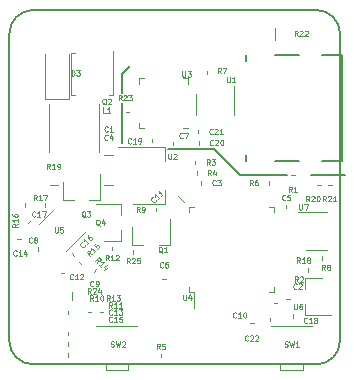
<source format=gto>
G04 #@! TF.GenerationSoftware,KiCad,Pcbnew,5.1.4+dfsg1-1*
G04 #@! TF.CreationDate,2020-04-12T23:52:35+02:00*
G04 #@! TF.ProjectId,OtterIron_Devkit,4f747465-7249-4726-9f6e-5f4465766b69,rev?*
G04 #@! TF.SameCoordinates,Original*
G04 #@! TF.FileFunction,Legend,Top*
G04 #@! TF.FilePolarity,Positive*
%FSLAX46Y46*%
G04 Gerber Fmt 4.6, Leading zero omitted, Abs format (unit mm)*
G04 Created by KiCad (PCBNEW 5.1.4+dfsg1-1) date 2020-04-12 23:52:35*
%MOMM*%
%LPD*%
G04 APERTURE LIST*
%ADD10C,0.150000*%
%ADD11C,0.120000*%
%ADD12C,0.100000*%
G04 APERTURE END LIST*
D10*
X95500000Y-95400000D02*
X96200000Y-94700000D01*
X95500000Y-97000000D02*
X95500000Y-95400000D01*
X95500000Y-101300000D02*
X95500000Y-97850000D01*
X103300000Y-101800000D02*
X99400000Y-101800000D01*
X105500000Y-104000000D02*
X103300000Y-101800000D01*
X109500000Y-104000000D02*
X105500000Y-104000000D01*
X114400000Y-104000000D02*
X111500000Y-104000000D01*
X88000000Y-120000001D02*
G75*
G02X85999999Y-118000000I0J2000001D01*
G01*
X114000001Y-118000000D02*
G75*
G02X112000000Y-120000001I-2000001J0D01*
G01*
X112000000Y-89999999D02*
G75*
G02X114000001Y-92000000I0J-2000001D01*
G01*
X86000000Y-92000000D02*
G75*
G02X88000000Y-90000000I2000000J0D01*
G01*
X86000000Y-92000000D02*
X85999999Y-118000000D01*
X112000000Y-90000000D02*
X88000000Y-90000000D01*
X114000000Y-118000000D02*
X114000000Y-92000000D01*
X88000000Y-120000001D02*
X112000000Y-120000001D01*
D11*
X89400000Y-98000000D02*
X89400000Y-102000000D01*
X93600000Y-98000000D02*
X93600000Y-102000000D01*
X90150000Y-104800000D02*
X89450000Y-104800000D01*
X96500000Y-110350000D02*
X96500000Y-110650000D01*
X95460000Y-109580000D02*
X94000000Y-109580000D01*
X95460000Y-106420000D02*
X93300000Y-106420000D01*
X95460000Y-106420000D02*
X95460000Y-107350000D01*
X95460000Y-109580000D02*
X95460000Y-108650000D01*
X90520000Y-106060000D02*
X90520000Y-104600000D01*
X93680000Y-106060000D02*
X93680000Y-103900000D01*
X93680000Y-106060000D02*
X92750000Y-106060000D01*
X90520000Y-106060000D02*
X91450000Y-106060000D01*
X112900000Y-107090000D02*
X110450000Y-107090000D01*
X111100000Y-110310000D02*
X112900000Y-110310000D01*
X112050000Y-104787868D02*
X112350000Y-104787868D01*
X113286396Y-104787868D02*
X112986396Y-104787868D01*
X112500000Y-110850000D02*
X112500000Y-111150000D01*
X100685000Y-100010000D02*
X101160000Y-100010000D01*
X96940000Y-95790000D02*
X96940000Y-96265000D01*
X97415000Y-95790000D02*
X96940000Y-95790000D01*
X101160000Y-95790000D02*
X101160000Y-96265000D01*
X100685000Y-95790000D02*
X101160000Y-95790000D01*
X96940000Y-100010000D02*
X96940000Y-99535000D01*
X97415000Y-100010000D02*
X96940000Y-100010000D01*
X91300000Y-113850000D02*
X91300000Y-114550000D01*
X96850000Y-119850000D02*
X93350000Y-119850000D01*
X93350000Y-116750000D02*
X96850000Y-116750000D01*
X94150000Y-120500000D02*
X94150000Y-119850000D01*
X96050000Y-120500000D02*
X94150000Y-120500000D01*
X96050000Y-119850000D02*
X96050000Y-120500000D01*
X111650000Y-119850000D02*
X108150000Y-119850000D01*
X108150000Y-116750000D02*
X111650000Y-116750000D01*
X108950000Y-120500000D02*
X108950000Y-119850000D01*
X110850000Y-120500000D02*
X108950000Y-120500000D01*
X110850000Y-119850000D02*
X110850000Y-120500000D01*
X101640000Y-113910000D02*
X101640000Y-115200000D01*
X101190000Y-113910000D02*
X101640000Y-113910000D01*
X101190000Y-113460000D02*
X101190000Y-113910000D01*
X101190000Y-106690000D02*
X101640000Y-106690000D01*
X101190000Y-107140000D02*
X101190000Y-106690000D01*
X108410000Y-113910000D02*
X107960000Y-113910000D01*
X108410000Y-113460000D02*
X108410000Y-113910000D01*
X108410000Y-106690000D02*
X107960000Y-106690000D01*
X108410000Y-107140000D02*
X108410000Y-106690000D01*
X91000000Y-115750000D02*
X91000000Y-115450000D01*
X96150000Y-98650000D02*
X95850000Y-98650000D01*
X108500000Y-91500000D02*
X108500000Y-92500000D01*
X111250000Y-112150000D02*
X111250000Y-111850000D01*
X89000000Y-106650000D02*
X89000000Y-106350000D01*
X87593934Y-108006066D02*
X87806066Y-107793934D01*
X92106066Y-111506066D02*
X91893934Y-111293934D01*
X93143934Y-112156066D02*
X93356066Y-111943934D01*
X93950000Y-115600000D02*
X93650000Y-115600000D01*
X94700000Y-110350000D02*
X94700000Y-110050000D01*
X91000000Y-117550000D02*
X91000000Y-117250000D01*
X92950000Y-115600000D02*
X92650000Y-115600000D01*
X98400000Y-107050000D02*
X98400000Y-106750000D01*
X102700000Y-95150000D02*
X102700000Y-95450000D01*
X108000000Y-104800000D02*
X108000000Y-104500000D01*
X98850000Y-119100000D02*
X98850000Y-119400000D01*
X101850000Y-103650000D02*
X101850000Y-103950000D01*
X101750000Y-102750000D02*
X101750000Y-103050000D01*
X109450000Y-114500000D02*
X109750000Y-114500000D01*
X109850000Y-104000000D02*
X110150000Y-104000000D01*
X108100000Y-116350000D02*
X108100000Y-116050000D01*
X102000000Y-100150000D02*
X102000000Y-100450000D01*
X102050000Y-101400000D02*
X102050000Y-101100000D01*
X98100000Y-101200000D02*
X98100000Y-100900000D01*
X110000000Y-115750000D02*
X110000000Y-116050000D01*
X87300000Y-106650000D02*
X87300000Y-106350000D01*
X91506066Y-110806066D02*
X91293934Y-110593934D01*
X91000000Y-119350000D02*
X91000000Y-119050000D01*
X86950000Y-109400000D02*
X86650000Y-109400000D01*
X91000000Y-118450000D02*
X91000000Y-118150000D01*
X90350000Y-112300000D02*
X90650000Y-112300000D01*
X100252513Y-105752513D02*
X100747487Y-106247487D01*
X106400000Y-116500000D02*
X106700000Y-116500000D01*
X88400000Y-110100000D02*
X88400000Y-110400000D01*
X99850000Y-101150000D02*
X99850000Y-101450000D01*
X99250000Y-112800000D02*
X98950000Y-112800000D01*
X109450000Y-106800000D02*
X109450000Y-106500000D01*
X94750000Y-104800000D02*
X94050000Y-104800000D01*
X102250000Y-104800000D02*
X102250000Y-104500000D01*
X108400000Y-114800000D02*
X108700000Y-114800000D01*
X94050000Y-102300000D02*
X94750000Y-102300000D01*
X111040000Y-112670000D02*
X112500000Y-112670000D01*
X111040000Y-115830000D02*
X113200000Y-115830000D01*
X111040000Y-115830000D02*
X111040000Y-114900000D01*
X111040000Y-112670000D02*
X111040000Y-113600000D01*
X90795980Y-110424407D02*
X92528391Y-108691995D01*
X89791888Y-106874731D02*
X88519096Y-108147523D01*
X99180000Y-101600000D02*
X99180000Y-102800000D01*
X95180000Y-101600000D02*
X99180000Y-101600000D01*
X99180000Y-106400000D02*
X96480000Y-106400000D01*
X99180000Y-105200000D02*
X99180000Y-106400000D01*
X105010000Y-98900000D02*
X105010000Y-96450000D01*
X101790000Y-97100000D02*
X101790000Y-98900000D01*
X94770000Y-97220000D02*
X94770000Y-93450000D01*
X91230000Y-93680000D02*
X91230000Y-97220000D01*
X94770000Y-97220000D02*
X94400000Y-97220000D01*
X91230000Y-97220000D02*
X91600000Y-97220000D01*
X91230000Y-93680000D02*
X91600000Y-93680000D01*
X96420000Y-109860000D02*
X96420000Y-108400000D01*
X99580000Y-109860000D02*
X99580000Y-107700000D01*
X99580000Y-109860000D02*
X98650000Y-109860000D01*
X96420000Y-109860000D02*
X97350000Y-109860000D01*
D10*
X106000000Y-94300000D02*
X106000000Y-93800000D01*
X106000000Y-102800000D02*
X106000000Y-102300000D01*
X108500000Y-102800000D02*
X110500000Y-102800000D01*
X110500000Y-93800000D02*
X108500000Y-93800000D01*
X112500000Y-93800000D02*
X114195000Y-93800000D01*
X114195000Y-102800000D02*
X112500000Y-102800000D01*
X114195000Y-93800000D02*
X114195000Y-102800000D01*
D11*
X89050000Y-97550000D02*
X89050000Y-93700000D01*
X91050000Y-97550000D02*
X91050000Y-93700000D01*
X89050000Y-97550000D02*
X91050000Y-97550000D01*
D12*
X94175000Y-98703571D02*
X93960714Y-98703571D01*
X93960714Y-98253571D01*
X94560714Y-98703571D02*
X94303571Y-98703571D01*
X94432142Y-98703571D02*
X94432142Y-98253571D01*
X94389285Y-98317857D01*
X94346428Y-98360714D01*
X94303571Y-98382142D01*
X89460714Y-103453571D02*
X89310714Y-103239285D01*
X89203571Y-103453571D02*
X89203571Y-103003571D01*
X89375000Y-103003571D01*
X89417857Y-103025000D01*
X89439285Y-103046428D01*
X89460714Y-103089285D01*
X89460714Y-103153571D01*
X89439285Y-103196428D01*
X89417857Y-103217857D01*
X89375000Y-103239285D01*
X89203571Y-103239285D01*
X89889285Y-103453571D02*
X89632142Y-103453571D01*
X89760714Y-103453571D02*
X89760714Y-103003571D01*
X89717857Y-103067857D01*
X89675000Y-103110714D01*
X89632142Y-103132142D01*
X90103571Y-103453571D02*
X90189285Y-103453571D01*
X90232142Y-103432142D01*
X90253571Y-103410714D01*
X90296428Y-103346428D01*
X90317857Y-103260714D01*
X90317857Y-103089285D01*
X90296428Y-103046428D01*
X90275000Y-103025000D01*
X90232142Y-103003571D01*
X90146428Y-103003571D01*
X90103571Y-103025000D01*
X90082142Y-103046428D01*
X90060714Y-103089285D01*
X90060714Y-103196428D01*
X90082142Y-103239285D01*
X90103571Y-103260714D01*
X90146428Y-103282142D01*
X90232142Y-103282142D01*
X90275000Y-103260714D01*
X90296428Y-103239285D01*
X90317857Y-103196428D01*
X96210714Y-111453571D02*
X96060714Y-111239285D01*
X95953571Y-111453571D02*
X95953571Y-111003571D01*
X96125000Y-111003571D01*
X96167857Y-111025000D01*
X96189285Y-111046428D01*
X96210714Y-111089285D01*
X96210714Y-111153571D01*
X96189285Y-111196428D01*
X96167857Y-111217857D01*
X96125000Y-111239285D01*
X95953571Y-111239285D01*
X96382142Y-111046428D02*
X96403571Y-111025000D01*
X96446428Y-111003571D01*
X96553571Y-111003571D01*
X96596428Y-111025000D01*
X96617857Y-111046428D01*
X96639285Y-111089285D01*
X96639285Y-111132142D01*
X96617857Y-111196428D01*
X96360714Y-111453571D01*
X96639285Y-111453571D01*
X97046428Y-111003571D02*
X96832142Y-111003571D01*
X96810714Y-111217857D01*
X96832142Y-111196428D01*
X96875000Y-111175000D01*
X96982142Y-111175000D01*
X97025000Y-111196428D01*
X97046428Y-111217857D01*
X97067857Y-111260714D01*
X97067857Y-111367857D01*
X97046428Y-111410714D01*
X97025000Y-111432142D01*
X96982142Y-111453571D01*
X96875000Y-111453571D01*
X96832142Y-111432142D01*
X96810714Y-111410714D01*
X93657142Y-108246428D02*
X93614285Y-108225000D01*
X93571428Y-108182142D01*
X93507142Y-108117857D01*
X93464285Y-108096428D01*
X93421428Y-108096428D01*
X93442857Y-108203571D02*
X93400000Y-108182142D01*
X93357142Y-108139285D01*
X93335714Y-108053571D01*
X93335714Y-107903571D01*
X93357142Y-107817857D01*
X93400000Y-107775000D01*
X93442857Y-107753571D01*
X93528571Y-107753571D01*
X93571428Y-107775000D01*
X93614285Y-107817857D01*
X93635714Y-107903571D01*
X93635714Y-108053571D01*
X93614285Y-108139285D01*
X93571428Y-108182142D01*
X93528571Y-108203571D01*
X93442857Y-108203571D01*
X94021428Y-107903571D02*
X94021428Y-108203571D01*
X93914285Y-107732142D02*
X93807142Y-108053571D01*
X94085714Y-108053571D01*
X92457142Y-107546428D02*
X92414285Y-107525000D01*
X92371428Y-107482142D01*
X92307142Y-107417857D01*
X92264285Y-107396428D01*
X92221428Y-107396428D01*
X92242857Y-107503571D02*
X92200000Y-107482142D01*
X92157142Y-107439285D01*
X92135714Y-107353571D01*
X92135714Y-107203571D01*
X92157142Y-107117857D01*
X92200000Y-107075000D01*
X92242857Y-107053571D01*
X92328571Y-107053571D01*
X92371428Y-107075000D01*
X92414285Y-107117857D01*
X92435714Y-107203571D01*
X92435714Y-107353571D01*
X92414285Y-107439285D01*
X92371428Y-107482142D01*
X92328571Y-107503571D01*
X92242857Y-107503571D01*
X92585714Y-107053571D02*
X92864285Y-107053571D01*
X92714285Y-107225000D01*
X92778571Y-107225000D01*
X92821428Y-107246428D01*
X92842857Y-107267857D01*
X92864285Y-107310714D01*
X92864285Y-107417857D01*
X92842857Y-107460714D01*
X92821428Y-107482142D01*
X92778571Y-107503571D01*
X92650000Y-107503571D01*
X92607142Y-107482142D01*
X92585714Y-107460714D01*
X110557142Y-106453571D02*
X110557142Y-106817857D01*
X110578571Y-106860714D01*
X110600000Y-106882142D01*
X110642857Y-106903571D01*
X110728571Y-106903571D01*
X110771428Y-106882142D01*
X110792857Y-106860714D01*
X110814285Y-106817857D01*
X110814285Y-106453571D01*
X110985714Y-106453571D02*
X111285714Y-106453571D01*
X111092857Y-106903571D01*
X111410714Y-106203571D02*
X111260714Y-105989285D01*
X111153571Y-106203571D02*
X111153571Y-105753571D01*
X111325000Y-105753571D01*
X111367857Y-105775000D01*
X111389285Y-105796428D01*
X111410714Y-105839285D01*
X111410714Y-105903571D01*
X111389285Y-105946428D01*
X111367857Y-105967857D01*
X111325000Y-105989285D01*
X111153571Y-105989285D01*
X111582142Y-105796428D02*
X111603571Y-105775000D01*
X111646428Y-105753571D01*
X111753571Y-105753571D01*
X111796428Y-105775000D01*
X111817857Y-105796428D01*
X111839285Y-105839285D01*
X111839285Y-105882142D01*
X111817857Y-105946428D01*
X111560714Y-106203571D01*
X111839285Y-106203571D01*
X112117857Y-105753571D02*
X112160714Y-105753571D01*
X112203571Y-105775000D01*
X112225000Y-105796428D01*
X112246428Y-105839285D01*
X112267857Y-105925000D01*
X112267857Y-106032142D01*
X112246428Y-106117857D01*
X112225000Y-106160714D01*
X112203571Y-106182142D01*
X112160714Y-106203571D01*
X112117857Y-106203571D01*
X112075000Y-106182142D01*
X112053571Y-106160714D01*
X112032142Y-106117857D01*
X112010714Y-106032142D01*
X112010714Y-105925000D01*
X112032142Y-105839285D01*
X112053571Y-105796428D01*
X112075000Y-105775000D01*
X112117857Y-105753571D01*
X112810714Y-106203571D02*
X112660714Y-105989285D01*
X112553571Y-106203571D02*
X112553571Y-105753571D01*
X112725000Y-105753571D01*
X112767857Y-105775000D01*
X112789285Y-105796428D01*
X112810714Y-105839285D01*
X112810714Y-105903571D01*
X112789285Y-105946428D01*
X112767857Y-105967857D01*
X112725000Y-105989285D01*
X112553571Y-105989285D01*
X112982142Y-105796428D02*
X113003571Y-105775000D01*
X113046428Y-105753571D01*
X113153571Y-105753571D01*
X113196428Y-105775000D01*
X113217857Y-105796428D01*
X113239285Y-105839285D01*
X113239285Y-105882142D01*
X113217857Y-105946428D01*
X112960714Y-106203571D01*
X113239285Y-106203571D01*
X113667857Y-106203571D02*
X113410714Y-106203571D01*
X113539285Y-106203571D02*
X113539285Y-105753571D01*
X113496428Y-105817857D01*
X113453571Y-105860714D01*
X113410714Y-105882142D01*
X112725000Y-112003571D02*
X112575000Y-111789285D01*
X112467857Y-112003571D02*
X112467857Y-111553571D01*
X112639285Y-111553571D01*
X112682142Y-111575000D01*
X112703571Y-111596428D01*
X112725000Y-111639285D01*
X112725000Y-111703571D01*
X112703571Y-111746428D01*
X112682142Y-111767857D01*
X112639285Y-111789285D01*
X112467857Y-111789285D01*
X112982142Y-111746428D02*
X112939285Y-111725000D01*
X112917857Y-111703571D01*
X112896428Y-111660714D01*
X112896428Y-111639285D01*
X112917857Y-111596428D01*
X112939285Y-111575000D01*
X112982142Y-111553571D01*
X113067857Y-111553571D01*
X113110714Y-111575000D01*
X113132142Y-111596428D01*
X113153571Y-111639285D01*
X113153571Y-111660714D01*
X113132142Y-111703571D01*
X113110714Y-111725000D01*
X113067857Y-111746428D01*
X112982142Y-111746428D01*
X112939285Y-111767857D01*
X112917857Y-111789285D01*
X112896428Y-111832142D01*
X112896428Y-111917857D01*
X112917857Y-111960714D01*
X112939285Y-111982142D01*
X112982142Y-112003571D01*
X113067857Y-112003571D01*
X113110714Y-111982142D01*
X113132142Y-111960714D01*
X113153571Y-111917857D01*
X113153571Y-111832142D01*
X113132142Y-111789285D01*
X113110714Y-111767857D01*
X113067857Y-111746428D01*
X100657142Y-95203571D02*
X100657142Y-95567857D01*
X100678571Y-95610714D01*
X100700000Y-95632142D01*
X100742857Y-95653571D01*
X100828571Y-95653571D01*
X100871428Y-95632142D01*
X100892857Y-95610714D01*
X100914285Y-95567857D01*
X100914285Y-95203571D01*
X101085714Y-95203571D02*
X101364285Y-95203571D01*
X101214285Y-95375000D01*
X101278571Y-95375000D01*
X101321428Y-95396428D01*
X101342857Y-95417857D01*
X101364285Y-95460714D01*
X101364285Y-95567857D01*
X101342857Y-95610714D01*
X101321428Y-95632142D01*
X101278571Y-95653571D01*
X101150000Y-95653571D01*
X101107142Y-95632142D01*
X101085714Y-95610714D01*
X93125000Y-113360714D02*
X93103571Y-113382142D01*
X93039285Y-113403571D01*
X92996428Y-113403571D01*
X92932142Y-113382142D01*
X92889285Y-113339285D01*
X92867857Y-113296428D01*
X92846428Y-113210714D01*
X92846428Y-113146428D01*
X92867857Y-113060714D01*
X92889285Y-113017857D01*
X92932142Y-112975000D01*
X92996428Y-112953571D01*
X93039285Y-112953571D01*
X93103571Y-112975000D01*
X93125000Y-112996428D01*
X93339285Y-113403571D02*
X93425000Y-113403571D01*
X93467857Y-113382142D01*
X93489285Y-113360714D01*
X93532142Y-113296428D01*
X93553571Y-113210714D01*
X93553571Y-113039285D01*
X93532142Y-112996428D01*
X93510714Y-112975000D01*
X93467857Y-112953571D01*
X93382142Y-112953571D01*
X93339285Y-112975000D01*
X93317857Y-112996428D01*
X93296428Y-113039285D01*
X93296428Y-113146428D01*
X93317857Y-113189285D01*
X93339285Y-113210714D01*
X93382142Y-113232142D01*
X93467857Y-113232142D01*
X93510714Y-113210714D01*
X93532142Y-113189285D01*
X93553571Y-113146428D01*
X94600000Y-118482142D02*
X94664285Y-118503571D01*
X94771428Y-118503571D01*
X94814285Y-118482142D01*
X94835714Y-118460714D01*
X94857142Y-118417857D01*
X94857142Y-118375000D01*
X94835714Y-118332142D01*
X94814285Y-118310714D01*
X94771428Y-118289285D01*
X94685714Y-118267857D01*
X94642857Y-118246428D01*
X94621428Y-118225000D01*
X94600000Y-118182142D01*
X94600000Y-118139285D01*
X94621428Y-118096428D01*
X94642857Y-118075000D01*
X94685714Y-118053571D01*
X94792857Y-118053571D01*
X94857142Y-118075000D01*
X95007142Y-118053571D02*
X95114285Y-118503571D01*
X95200000Y-118182142D01*
X95285714Y-118503571D01*
X95392857Y-118053571D01*
X95542857Y-118096428D02*
X95564285Y-118075000D01*
X95607142Y-118053571D01*
X95714285Y-118053571D01*
X95757142Y-118075000D01*
X95778571Y-118096428D01*
X95800000Y-118139285D01*
X95800000Y-118182142D01*
X95778571Y-118246428D01*
X95521428Y-118503571D01*
X95800000Y-118503571D01*
X109300000Y-118482142D02*
X109364285Y-118503571D01*
X109471428Y-118503571D01*
X109514285Y-118482142D01*
X109535714Y-118460714D01*
X109557142Y-118417857D01*
X109557142Y-118375000D01*
X109535714Y-118332142D01*
X109514285Y-118310714D01*
X109471428Y-118289285D01*
X109385714Y-118267857D01*
X109342857Y-118246428D01*
X109321428Y-118225000D01*
X109300000Y-118182142D01*
X109300000Y-118139285D01*
X109321428Y-118096428D01*
X109342857Y-118075000D01*
X109385714Y-118053571D01*
X109492857Y-118053571D01*
X109557142Y-118075000D01*
X109707142Y-118053571D02*
X109814285Y-118503571D01*
X109900000Y-118182142D01*
X109985714Y-118503571D01*
X110092857Y-118053571D01*
X110500000Y-118503571D02*
X110242857Y-118503571D01*
X110371428Y-118503571D02*
X110371428Y-118053571D01*
X110328571Y-118117857D01*
X110285714Y-118160714D01*
X110242857Y-118182142D01*
X100707142Y-114103571D02*
X100707142Y-114467857D01*
X100728571Y-114510714D01*
X100750000Y-114532142D01*
X100792857Y-114553571D01*
X100878571Y-114553571D01*
X100921428Y-114532142D01*
X100942857Y-114510714D01*
X100964285Y-114467857D01*
X100964285Y-114103571D01*
X101371428Y-114253571D02*
X101371428Y-114553571D01*
X101264285Y-114082142D02*
X101157142Y-114403571D01*
X101435714Y-114403571D01*
X92910714Y-114003571D02*
X92760714Y-113789285D01*
X92653571Y-114003571D02*
X92653571Y-113553571D01*
X92825000Y-113553571D01*
X92867857Y-113575000D01*
X92889285Y-113596428D01*
X92910714Y-113639285D01*
X92910714Y-113703571D01*
X92889285Y-113746428D01*
X92867857Y-113767857D01*
X92825000Y-113789285D01*
X92653571Y-113789285D01*
X93082142Y-113596428D02*
X93103571Y-113575000D01*
X93146428Y-113553571D01*
X93253571Y-113553571D01*
X93296428Y-113575000D01*
X93317857Y-113596428D01*
X93339285Y-113639285D01*
X93339285Y-113682142D01*
X93317857Y-113746428D01*
X93060714Y-114003571D01*
X93339285Y-114003571D01*
X93725000Y-113703571D02*
X93725000Y-114003571D01*
X93617857Y-113532142D02*
X93510714Y-113853571D01*
X93789285Y-113853571D01*
X95510714Y-97653571D02*
X95360714Y-97439285D01*
X95253571Y-97653571D02*
X95253571Y-97203571D01*
X95425000Y-97203571D01*
X95467857Y-97225000D01*
X95489285Y-97246428D01*
X95510714Y-97289285D01*
X95510714Y-97353571D01*
X95489285Y-97396428D01*
X95467857Y-97417857D01*
X95425000Y-97439285D01*
X95253571Y-97439285D01*
X95682142Y-97246428D02*
X95703571Y-97225000D01*
X95746428Y-97203571D01*
X95853571Y-97203571D01*
X95896428Y-97225000D01*
X95917857Y-97246428D01*
X95939285Y-97289285D01*
X95939285Y-97332142D01*
X95917857Y-97396428D01*
X95660714Y-97653571D01*
X95939285Y-97653571D01*
X96089285Y-97203571D02*
X96367857Y-97203571D01*
X96217857Y-97375000D01*
X96282142Y-97375000D01*
X96325000Y-97396428D01*
X96346428Y-97417857D01*
X96367857Y-97460714D01*
X96367857Y-97567857D01*
X96346428Y-97610714D01*
X96325000Y-97632142D01*
X96282142Y-97653571D01*
X96153571Y-97653571D01*
X96110714Y-97632142D01*
X96089285Y-97610714D01*
X110410714Y-92203571D02*
X110260714Y-91989285D01*
X110153571Y-92203571D02*
X110153571Y-91753571D01*
X110325000Y-91753571D01*
X110367857Y-91775000D01*
X110389285Y-91796428D01*
X110410714Y-91839285D01*
X110410714Y-91903571D01*
X110389285Y-91946428D01*
X110367857Y-91967857D01*
X110325000Y-91989285D01*
X110153571Y-91989285D01*
X110582142Y-91796428D02*
X110603571Y-91775000D01*
X110646428Y-91753571D01*
X110753571Y-91753571D01*
X110796428Y-91775000D01*
X110817857Y-91796428D01*
X110839285Y-91839285D01*
X110839285Y-91882142D01*
X110817857Y-91946428D01*
X110560714Y-92203571D01*
X110839285Y-92203571D01*
X111010714Y-91796428D02*
X111032142Y-91775000D01*
X111075000Y-91753571D01*
X111182142Y-91753571D01*
X111225000Y-91775000D01*
X111246428Y-91796428D01*
X111267857Y-91839285D01*
X111267857Y-91882142D01*
X111246428Y-91946428D01*
X110989285Y-92203571D01*
X111267857Y-92203571D01*
X110610714Y-111403571D02*
X110460714Y-111189285D01*
X110353571Y-111403571D02*
X110353571Y-110953571D01*
X110525000Y-110953571D01*
X110567857Y-110975000D01*
X110589285Y-110996428D01*
X110610714Y-111039285D01*
X110610714Y-111103571D01*
X110589285Y-111146428D01*
X110567857Y-111167857D01*
X110525000Y-111189285D01*
X110353571Y-111189285D01*
X111039285Y-111403571D02*
X110782142Y-111403571D01*
X110910714Y-111403571D02*
X110910714Y-110953571D01*
X110867857Y-111017857D01*
X110825000Y-111060714D01*
X110782142Y-111082142D01*
X111296428Y-111146428D02*
X111253571Y-111125000D01*
X111232142Y-111103571D01*
X111210714Y-111060714D01*
X111210714Y-111039285D01*
X111232142Y-110996428D01*
X111253571Y-110975000D01*
X111296428Y-110953571D01*
X111382142Y-110953571D01*
X111425000Y-110975000D01*
X111446428Y-110996428D01*
X111467857Y-111039285D01*
X111467857Y-111060714D01*
X111446428Y-111103571D01*
X111425000Y-111125000D01*
X111382142Y-111146428D01*
X111296428Y-111146428D01*
X111253571Y-111167857D01*
X111232142Y-111189285D01*
X111210714Y-111232142D01*
X111210714Y-111317857D01*
X111232142Y-111360714D01*
X111253571Y-111382142D01*
X111296428Y-111403571D01*
X111382142Y-111403571D01*
X111425000Y-111382142D01*
X111446428Y-111360714D01*
X111467857Y-111317857D01*
X111467857Y-111232142D01*
X111446428Y-111189285D01*
X111425000Y-111167857D01*
X111382142Y-111146428D01*
X88310714Y-106103571D02*
X88160714Y-105889285D01*
X88053571Y-106103571D02*
X88053571Y-105653571D01*
X88225000Y-105653571D01*
X88267857Y-105675000D01*
X88289285Y-105696428D01*
X88310714Y-105739285D01*
X88310714Y-105803571D01*
X88289285Y-105846428D01*
X88267857Y-105867857D01*
X88225000Y-105889285D01*
X88053571Y-105889285D01*
X88739285Y-106103571D02*
X88482142Y-106103571D01*
X88610714Y-106103571D02*
X88610714Y-105653571D01*
X88567857Y-105717857D01*
X88525000Y-105760714D01*
X88482142Y-105782142D01*
X88889285Y-105653571D02*
X89189285Y-105653571D01*
X88996428Y-106103571D01*
X86703571Y-108089285D02*
X86489285Y-108239285D01*
X86703571Y-108346428D02*
X86253571Y-108346428D01*
X86253571Y-108175000D01*
X86275000Y-108132142D01*
X86296428Y-108110714D01*
X86339285Y-108089285D01*
X86403571Y-108089285D01*
X86446428Y-108110714D01*
X86467857Y-108132142D01*
X86489285Y-108175000D01*
X86489285Y-108346428D01*
X86703571Y-107660714D02*
X86703571Y-107917857D01*
X86703571Y-107789285D02*
X86253571Y-107789285D01*
X86317857Y-107832142D01*
X86360714Y-107875000D01*
X86382142Y-107917857D01*
X86253571Y-107275000D02*
X86253571Y-107360714D01*
X86275000Y-107403571D01*
X86296428Y-107425000D01*
X86360714Y-107467857D01*
X86446428Y-107489285D01*
X86617857Y-107489285D01*
X86660714Y-107467857D01*
X86682142Y-107446428D01*
X86703571Y-107403571D01*
X86703571Y-107317857D01*
X86682142Y-107275000D01*
X86660714Y-107253571D01*
X86617857Y-107232142D01*
X86510714Y-107232142D01*
X86467857Y-107253571D01*
X86446428Y-107275000D01*
X86425000Y-107317857D01*
X86425000Y-107403571D01*
X86446428Y-107446428D01*
X86467857Y-107467857D01*
X86510714Y-107489285D01*
X93039390Y-110648502D02*
X92781801Y-110603045D01*
X92857563Y-110830330D02*
X92539365Y-110512132D01*
X92660583Y-110390913D01*
X92706040Y-110375761D01*
X92736345Y-110375761D01*
X92781801Y-110390913D01*
X92827258Y-110436370D01*
X92842411Y-110481827D01*
X92842411Y-110512132D01*
X92827258Y-110557588D01*
X92706040Y-110678807D01*
X93342436Y-110345456D02*
X93160609Y-110527284D01*
X93251522Y-110436370D02*
X92933324Y-110118172D01*
X92948477Y-110193933D01*
X92948477Y-110254543D01*
X92933324Y-110300000D01*
X93312132Y-109739365D02*
X93160609Y-109890888D01*
X93296979Y-110057563D01*
X93296979Y-110027258D01*
X93312132Y-109981801D01*
X93387893Y-109906040D01*
X93433350Y-109890888D01*
X93463654Y-109890888D01*
X93509111Y-109906040D01*
X93584873Y-109981801D01*
X93600025Y-110027258D01*
X93600025Y-110057563D01*
X93584873Y-110103020D01*
X93509111Y-110178781D01*
X93463654Y-110193933D01*
X93433350Y-110193933D01*
X93451497Y-111439390D02*
X93496954Y-111181801D01*
X93269669Y-111257563D02*
X93587867Y-110939365D01*
X93709086Y-111060583D01*
X93724238Y-111106040D01*
X93724238Y-111136345D01*
X93709086Y-111181801D01*
X93663629Y-111227258D01*
X93618172Y-111242411D01*
X93587867Y-111242411D01*
X93542411Y-111227258D01*
X93421192Y-111106040D01*
X93754543Y-111742436D02*
X93572715Y-111560609D01*
X93663629Y-111651522D02*
X93981827Y-111333324D01*
X93906066Y-111348477D01*
X93845456Y-111348477D01*
X93800000Y-111333324D01*
X94239416Y-111803045D02*
X94027284Y-112015177D01*
X94284873Y-111606066D02*
X93981827Y-111757588D01*
X94178807Y-111954568D01*
X94510714Y-114603571D02*
X94360714Y-114389285D01*
X94253571Y-114603571D02*
X94253571Y-114153571D01*
X94425000Y-114153571D01*
X94467857Y-114175000D01*
X94489285Y-114196428D01*
X94510714Y-114239285D01*
X94510714Y-114303571D01*
X94489285Y-114346428D01*
X94467857Y-114367857D01*
X94425000Y-114389285D01*
X94253571Y-114389285D01*
X94939285Y-114603571D02*
X94682142Y-114603571D01*
X94810714Y-114603571D02*
X94810714Y-114153571D01*
X94767857Y-114217857D01*
X94725000Y-114260714D01*
X94682142Y-114282142D01*
X95089285Y-114153571D02*
X95367857Y-114153571D01*
X95217857Y-114325000D01*
X95282142Y-114325000D01*
X95325000Y-114346428D01*
X95346428Y-114367857D01*
X95367857Y-114410714D01*
X95367857Y-114517857D01*
X95346428Y-114560714D01*
X95325000Y-114582142D01*
X95282142Y-114603571D01*
X95153571Y-114603571D01*
X95110714Y-114582142D01*
X95089285Y-114560714D01*
X94410714Y-111203571D02*
X94260714Y-110989285D01*
X94153571Y-111203571D02*
X94153571Y-110753571D01*
X94325000Y-110753571D01*
X94367857Y-110775000D01*
X94389285Y-110796428D01*
X94410714Y-110839285D01*
X94410714Y-110903571D01*
X94389285Y-110946428D01*
X94367857Y-110967857D01*
X94325000Y-110989285D01*
X94153571Y-110989285D01*
X94839285Y-111203571D02*
X94582142Y-111203571D01*
X94710714Y-111203571D02*
X94710714Y-110753571D01*
X94667857Y-110817857D01*
X94625000Y-110860714D01*
X94582142Y-110882142D01*
X95010714Y-110796428D02*
X95032142Y-110775000D01*
X95075000Y-110753571D01*
X95182142Y-110753571D01*
X95225000Y-110775000D01*
X95246428Y-110796428D01*
X95267857Y-110839285D01*
X95267857Y-110882142D01*
X95246428Y-110946428D01*
X94989285Y-111203571D01*
X95267857Y-111203571D01*
X94710714Y-115203571D02*
X94560714Y-114989285D01*
X94453571Y-115203571D02*
X94453571Y-114753571D01*
X94625000Y-114753571D01*
X94667857Y-114775000D01*
X94689285Y-114796428D01*
X94710714Y-114839285D01*
X94710714Y-114903571D01*
X94689285Y-114946428D01*
X94667857Y-114967857D01*
X94625000Y-114989285D01*
X94453571Y-114989285D01*
X95139285Y-115203571D02*
X94882142Y-115203571D01*
X95010714Y-115203571D02*
X95010714Y-114753571D01*
X94967857Y-114817857D01*
X94925000Y-114860714D01*
X94882142Y-114882142D01*
X95567857Y-115203571D02*
X95310714Y-115203571D01*
X95439285Y-115203571D02*
X95439285Y-114753571D01*
X95396428Y-114817857D01*
X95353571Y-114860714D01*
X95310714Y-114882142D01*
X93110714Y-114603571D02*
X92960714Y-114389285D01*
X92853571Y-114603571D02*
X92853571Y-114153571D01*
X93025000Y-114153571D01*
X93067857Y-114175000D01*
X93089285Y-114196428D01*
X93110714Y-114239285D01*
X93110714Y-114303571D01*
X93089285Y-114346428D01*
X93067857Y-114367857D01*
X93025000Y-114389285D01*
X92853571Y-114389285D01*
X93539285Y-114603571D02*
X93282142Y-114603571D01*
X93410714Y-114603571D02*
X93410714Y-114153571D01*
X93367857Y-114217857D01*
X93325000Y-114260714D01*
X93282142Y-114282142D01*
X93817857Y-114153571D02*
X93860714Y-114153571D01*
X93903571Y-114175000D01*
X93925000Y-114196428D01*
X93946428Y-114239285D01*
X93967857Y-114325000D01*
X93967857Y-114432142D01*
X93946428Y-114517857D01*
X93925000Y-114560714D01*
X93903571Y-114582142D01*
X93860714Y-114603571D01*
X93817857Y-114603571D01*
X93775000Y-114582142D01*
X93753571Y-114560714D01*
X93732142Y-114517857D01*
X93710714Y-114432142D01*
X93710714Y-114325000D01*
X93732142Y-114239285D01*
X93753571Y-114196428D01*
X93775000Y-114175000D01*
X93817857Y-114153571D01*
X97025000Y-107103571D02*
X96875000Y-106889285D01*
X96767857Y-107103571D02*
X96767857Y-106653571D01*
X96939285Y-106653571D01*
X96982142Y-106675000D01*
X97003571Y-106696428D01*
X97025000Y-106739285D01*
X97025000Y-106803571D01*
X97003571Y-106846428D01*
X96982142Y-106867857D01*
X96939285Y-106889285D01*
X96767857Y-106889285D01*
X97239285Y-107103571D02*
X97325000Y-107103571D01*
X97367857Y-107082142D01*
X97389285Y-107060714D01*
X97432142Y-106996428D01*
X97453571Y-106910714D01*
X97453571Y-106739285D01*
X97432142Y-106696428D01*
X97410714Y-106675000D01*
X97367857Y-106653571D01*
X97282142Y-106653571D01*
X97239285Y-106675000D01*
X97217857Y-106696428D01*
X97196428Y-106739285D01*
X97196428Y-106846428D01*
X97217857Y-106889285D01*
X97239285Y-106910714D01*
X97282142Y-106932142D01*
X97367857Y-106932142D01*
X97410714Y-106910714D01*
X97432142Y-106889285D01*
X97453571Y-106846428D01*
X103925000Y-95353571D02*
X103775000Y-95139285D01*
X103667857Y-95353571D02*
X103667857Y-94903571D01*
X103839285Y-94903571D01*
X103882142Y-94925000D01*
X103903571Y-94946428D01*
X103925000Y-94989285D01*
X103925000Y-95053571D01*
X103903571Y-95096428D01*
X103882142Y-95117857D01*
X103839285Y-95139285D01*
X103667857Y-95139285D01*
X104075000Y-94903571D02*
X104375000Y-94903571D01*
X104182142Y-95353571D01*
X106625000Y-104853571D02*
X106475000Y-104639285D01*
X106367857Y-104853571D02*
X106367857Y-104403571D01*
X106539285Y-104403571D01*
X106582142Y-104425000D01*
X106603571Y-104446428D01*
X106625000Y-104489285D01*
X106625000Y-104553571D01*
X106603571Y-104596428D01*
X106582142Y-104617857D01*
X106539285Y-104639285D01*
X106367857Y-104639285D01*
X107010714Y-104403571D02*
X106925000Y-104403571D01*
X106882142Y-104425000D01*
X106860714Y-104446428D01*
X106817857Y-104510714D01*
X106796428Y-104596428D01*
X106796428Y-104767857D01*
X106817857Y-104810714D01*
X106839285Y-104832142D01*
X106882142Y-104853571D01*
X106967857Y-104853571D01*
X107010714Y-104832142D01*
X107032142Y-104810714D01*
X107053571Y-104767857D01*
X107053571Y-104660714D01*
X107032142Y-104617857D01*
X107010714Y-104596428D01*
X106967857Y-104575000D01*
X106882142Y-104575000D01*
X106839285Y-104596428D01*
X106817857Y-104617857D01*
X106796428Y-104660714D01*
X98775000Y-118703571D02*
X98625000Y-118489285D01*
X98517857Y-118703571D02*
X98517857Y-118253571D01*
X98689285Y-118253571D01*
X98732142Y-118275000D01*
X98753571Y-118296428D01*
X98775000Y-118339285D01*
X98775000Y-118403571D01*
X98753571Y-118446428D01*
X98732142Y-118467857D01*
X98689285Y-118489285D01*
X98517857Y-118489285D01*
X99182142Y-118253571D02*
X98967857Y-118253571D01*
X98946428Y-118467857D01*
X98967857Y-118446428D01*
X99010714Y-118425000D01*
X99117857Y-118425000D01*
X99160714Y-118446428D01*
X99182142Y-118467857D01*
X99203571Y-118510714D01*
X99203571Y-118617857D01*
X99182142Y-118660714D01*
X99160714Y-118682142D01*
X99117857Y-118703571D01*
X99010714Y-118703571D01*
X98967857Y-118682142D01*
X98946428Y-118660714D01*
X103075000Y-104003571D02*
X102925000Y-103789285D01*
X102817857Y-104003571D02*
X102817857Y-103553571D01*
X102989285Y-103553571D01*
X103032142Y-103575000D01*
X103053571Y-103596428D01*
X103075000Y-103639285D01*
X103075000Y-103703571D01*
X103053571Y-103746428D01*
X103032142Y-103767857D01*
X102989285Y-103789285D01*
X102817857Y-103789285D01*
X103460714Y-103703571D02*
X103460714Y-104003571D01*
X103353571Y-103532142D02*
X103246428Y-103853571D01*
X103525000Y-103853571D01*
X102975000Y-103103571D02*
X102825000Y-102889285D01*
X102717857Y-103103571D02*
X102717857Y-102653571D01*
X102889285Y-102653571D01*
X102932142Y-102675000D01*
X102953571Y-102696428D01*
X102975000Y-102739285D01*
X102975000Y-102803571D01*
X102953571Y-102846428D01*
X102932142Y-102867857D01*
X102889285Y-102889285D01*
X102717857Y-102889285D01*
X103125000Y-102653571D02*
X103403571Y-102653571D01*
X103253571Y-102825000D01*
X103317857Y-102825000D01*
X103360714Y-102846428D01*
X103382142Y-102867857D01*
X103403571Y-102910714D01*
X103403571Y-103017857D01*
X103382142Y-103060714D01*
X103360714Y-103082142D01*
X103317857Y-103103571D01*
X103189285Y-103103571D01*
X103146428Y-103082142D01*
X103125000Y-103060714D01*
X110425000Y-113003571D02*
X110275000Y-112789285D01*
X110167857Y-113003571D02*
X110167857Y-112553571D01*
X110339285Y-112553571D01*
X110382142Y-112575000D01*
X110403571Y-112596428D01*
X110425000Y-112639285D01*
X110425000Y-112703571D01*
X110403571Y-112746428D01*
X110382142Y-112767857D01*
X110339285Y-112789285D01*
X110167857Y-112789285D01*
X110596428Y-112596428D02*
X110617857Y-112575000D01*
X110660714Y-112553571D01*
X110767857Y-112553571D01*
X110810714Y-112575000D01*
X110832142Y-112596428D01*
X110853571Y-112639285D01*
X110853571Y-112682142D01*
X110832142Y-112746428D01*
X110575000Y-113003571D01*
X110853571Y-113003571D01*
X109925000Y-105403571D02*
X109775000Y-105189285D01*
X109667857Y-105403571D02*
X109667857Y-104953571D01*
X109839285Y-104953571D01*
X109882142Y-104975000D01*
X109903571Y-104996428D01*
X109925000Y-105039285D01*
X109925000Y-105103571D01*
X109903571Y-105146428D01*
X109882142Y-105167857D01*
X109839285Y-105189285D01*
X109667857Y-105189285D01*
X110353571Y-105403571D02*
X110096428Y-105403571D01*
X110225000Y-105403571D02*
X110225000Y-104953571D01*
X110182142Y-105017857D01*
X110139285Y-105060714D01*
X110096428Y-105082142D01*
X106210714Y-117960714D02*
X106189285Y-117982142D01*
X106125000Y-118003571D01*
X106082142Y-118003571D01*
X106017857Y-117982142D01*
X105975000Y-117939285D01*
X105953571Y-117896428D01*
X105932142Y-117810714D01*
X105932142Y-117746428D01*
X105953571Y-117660714D01*
X105975000Y-117617857D01*
X106017857Y-117575000D01*
X106082142Y-117553571D01*
X106125000Y-117553571D01*
X106189285Y-117575000D01*
X106210714Y-117596428D01*
X106382142Y-117596428D02*
X106403571Y-117575000D01*
X106446428Y-117553571D01*
X106553571Y-117553571D01*
X106596428Y-117575000D01*
X106617857Y-117596428D01*
X106639285Y-117639285D01*
X106639285Y-117682142D01*
X106617857Y-117746428D01*
X106360714Y-118003571D01*
X106639285Y-118003571D01*
X106810714Y-117596428D02*
X106832142Y-117575000D01*
X106875000Y-117553571D01*
X106982142Y-117553571D01*
X107025000Y-117575000D01*
X107046428Y-117596428D01*
X107067857Y-117639285D01*
X107067857Y-117682142D01*
X107046428Y-117746428D01*
X106789285Y-118003571D01*
X107067857Y-118003571D01*
X103210714Y-100460714D02*
X103189285Y-100482142D01*
X103125000Y-100503571D01*
X103082142Y-100503571D01*
X103017857Y-100482142D01*
X102975000Y-100439285D01*
X102953571Y-100396428D01*
X102932142Y-100310714D01*
X102932142Y-100246428D01*
X102953571Y-100160714D01*
X102975000Y-100117857D01*
X103017857Y-100075000D01*
X103082142Y-100053571D01*
X103125000Y-100053571D01*
X103189285Y-100075000D01*
X103210714Y-100096428D01*
X103382142Y-100096428D02*
X103403571Y-100075000D01*
X103446428Y-100053571D01*
X103553571Y-100053571D01*
X103596428Y-100075000D01*
X103617857Y-100096428D01*
X103639285Y-100139285D01*
X103639285Y-100182142D01*
X103617857Y-100246428D01*
X103360714Y-100503571D01*
X103639285Y-100503571D01*
X104067857Y-100503571D02*
X103810714Y-100503571D01*
X103939285Y-100503571D02*
X103939285Y-100053571D01*
X103896428Y-100117857D01*
X103853571Y-100160714D01*
X103810714Y-100182142D01*
X103260714Y-101410714D02*
X103239285Y-101432142D01*
X103175000Y-101453571D01*
X103132142Y-101453571D01*
X103067857Y-101432142D01*
X103025000Y-101389285D01*
X103003571Y-101346428D01*
X102982142Y-101260714D01*
X102982142Y-101196428D01*
X103003571Y-101110714D01*
X103025000Y-101067857D01*
X103067857Y-101025000D01*
X103132142Y-101003571D01*
X103175000Y-101003571D01*
X103239285Y-101025000D01*
X103260714Y-101046428D01*
X103432142Y-101046428D02*
X103453571Y-101025000D01*
X103496428Y-101003571D01*
X103603571Y-101003571D01*
X103646428Y-101025000D01*
X103667857Y-101046428D01*
X103689285Y-101089285D01*
X103689285Y-101132142D01*
X103667857Y-101196428D01*
X103410714Y-101453571D01*
X103689285Y-101453571D01*
X103967857Y-101003571D02*
X104010714Y-101003571D01*
X104053571Y-101025000D01*
X104075000Y-101046428D01*
X104096428Y-101089285D01*
X104117857Y-101175000D01*
X104117857Y-101282142D01*
X104096428Y-101367857D01*
X104075000Y-101410714D01*
X104053571Y-101432142D01*
X104010714Y-101453571D01*
X103967857Y-101453571D01*
X103925000Y-101432142D01*
X103903571Y-101410714D01*
X103882142Y-101367857D01*
X103860714Y-101282142D01*
X103860714Y-101175000D01*
X103882142Y-101089285D01*
X103903571Y-101046428D01*
X103925000Y-101025000D01*
X103967857Y-101003571D01*
X96310714Y-101260714D02*
X96289285Y-101282142D01*
X96225000Y-101303571D01*
X96182142Y-101303571D01*
X96117857Y-101282142D01*
X96075000Y-101239285D01*
X96053571Y-101196428D01*
X96032142Y-101110714D01*
X96032142Y-101046428D01*
X96053571Y-100960714D01*
X96075000Y-100917857D01*
X96117857Y-100875000D01*
X96182142Y-100853571D01*
X96225000Y-100853571D01*
X96289285Y-100875000D01*
X96310714Y-100896428D01*
X96739285Y-101303571D02*
X96482142Y-101303571D01*
X96610714Y-101303571D02*
X96610714Y-100853571D01*
X96567857Y-100917857D01*
X96525000Y-100960714D01*
X96482142Y-100982142D01*
X96953571Y-101303571D02*
X97039285Y-101303571D01*
X97082142Y-101282142D01*
X97103571Y-101260714D01*
X97146428Y-101196428D01*
X97167857Y-101110714D01*
X97167857Y-100939285D01*
X97146428Y-100896428D01*
X97125000Y-100875000D01*
X97082142Y-100853571D01*
X96996428Y-100853571D01*
X96953571Y-100875000D01*
X96932142Y-100896428D01*
X96910714Y-100939285D01*
X96910714Y-101046428D01*
X96932142Y-101089285D01*
X96953571Y-101110714D01*
X96996428Y-101132142D01*
X97082142Y-101132142D01*
X97125000Y-101110714D01*
X97146428Y-101089285D01*
X97167857Y-101046428D01*
X111210714Y-116460714D02*
X111189285Y-116482142D01*
X111125000Y-116503571D01*
X111082142Y-116503571D01*
X111017857Y-116482142D01*
X110975000Y-116439285D01*
X110953571Y-116396428D01*
X110932142Y-116310714D01*
X110932142Y-116246428D01*
X110953571Y-116160714D01*
X110975000Y-116117857D01*
X111017857Y-116075000D01*
X111082142Y-116053571D01*
X111125000Y-116053571D01*
X111189285Y-116075000D01*
X111210714Y-116096428D01*
X111639285Y-116503571D02*
X111382142Y-116503571D01*
X111510714Y-116503571D02*
X111510714Y-116053571D01*
X111467857Y-116117857D01*
X111425000Y-116160714D01*
X111382142Y-116182142D01*
X111896428Y-116246428D02*
X111853571Y-116225000D01*
X111832142Y-116203571D01*
X111810714Y-116160714D01*
X111810714Y-116139285D01*
X111832142Y-116096428D01*
X111853571Y-116075000D01*
X111896428Y-116053571D01*
X111982142Y-116053571D01*
X112025000Y-116075000D01*
X112046428Y-116096428D01*
X112067857Y-116139285D01*
X112067857Y-116160714D01*
X112046428Y-116203571D01*
X112025000Y-116225000D01*
X111982142Y-116246428D01*
X111896428Y-116246428D01*
X111853571Y-116267857D01*
X111832142Y-116289285D01*
X111810714Y-116332142D01*
X111810714Y-116417857D01*
X111832142Y-116460714D01*
X111853571Y-116482142D01*
X111896428Y-116503571D01*
X111982142Y-116503571D01*
X112025000Y-116482142D01*
X112046428Y-116460714D01*
X112067857Y-116417857D01*
X112067857Y-116332142D01*
X112046428Y-116289285D01*
X112025000Y-116267857D01*
X111982142Y-116246428D01*
X88210714Y-107460714D02*
X88189285Y-107482142D01*
X88125000Y-107503571D01*
X88082142Y-107503571D01*
X88017857Y-107482142D01*
X87975000Y-107439285D01*
X87953571Y-107396428D01*
X87932142Y-107310714D01*
X87932142Y-107246428D01*
X87953571Y-107160714D01*
X87975000Y-107117857D01*
X88017857Y-107075000D01*
X88082142Y-107053571D01*
X88125000Y-107053571D01*
X88189285Y-107075000D01*
X88210714Y-107096428D01*
X88639285Y-107503571D02*
X88382142Y-107503571D01*
X88510714Y-107503571D02*
X88510714Y-107053571D01*
X88467857Y-107117857D01*
X88425000Y-107160714D01*
X88382142Y-107182142D01*
X88789285Y-107053571D02*
X89089285Y-107053571D01*
X88896428Y-107503571D01*
X92409086Y-109918198D02*
X92409086Y-109948502D01*
X92378781Y-110009111D01*
X92348477Y-110039416D01*
X92287867Y-110069720D01*
X92227258Y-110069720D01*
X92181801Y-110054568D01*
X92106040Y-110009111D01*
X92060583Y-109963654D01*
X92015126Y-109887893D01*
X91999974Y-109842436D01*
X91999974Y-109781827D01*
X92030279Y-109721218D01*
X92060583Y-109690913D01*
X92121192Y-109660609D01*
X92151497Y-109660609D01*
X92742436Y-109645456D02*
X92560609Y-109827284D01*
X92651522Y-109736370D02*
X92333324Y-109418172D01*
X92348477Y-109493933D01*
X92348477Y-109554543D01*
X92333324Y-109600000D01*
X92696979Y-109054517D02*
X92636370Y-109115126D01*
X92621218Y-109160583D01*
X92621218Y-109190888D01*
X92636370Y-109266649D01*
X92681827Y-109342411D01*
X92803045Y-109463629D01*
X92848502Y-109478781D01*
X92878807Y-109478781D01*
X92924264Y-109463629D01*
X92984873Y-109403020D01*
X93000025Y-109357563D01*
X93000025Y-109327258D01*
X92984873Y-109281801D01*
X92909111Y-109206040D01*
X92863654Y-109190888D01*
X92833350Y-109190888D01*
X92787893Y-109206040D01*
X92727284Y-109266649D01*
X92712132Y-109312106D01*
X92712132Y-109342411D01*
X92727284Y-109387867D01*
X94710714Y-116360714D02*
X94689285Y-116382142D01*
X94625000Y-116403571D01*
X94582142Y-116403571D01*
X94517857Y-116382142D01*
X94475000Y-116339285D01*
X94453571Y-116296428D01*
X94432142Y-116210714D01*
X94432142Y-116146428D01*
X94453571Y-116060714D01*
X94475000Y-116017857D01*
X94517857Y-115975000D01*
X94582142Y-115953571D01*
X94625000Y-115953571D01*
X94689285Y-115975000D01*
X94710714Y-115996428D01*
X95139285Y-116403571D02*
X94882142Y-116403571D01*
X95010714Y-116403571D02*
X95010714Y-115953571D01*
X94967857Y-116017857D01*
X94925000Y-116060714D01*
X94882142Y-116082142D01*
X95546428Y-115953571D02*
X95332142Y-115953571D01*
X95310714Y-116167857D01*
X95332142Y-116146428D01*
X95375000Y-116125000D01*
X95482142Y-116125000D01*
X95525000Y-116146428D01*
X95546428Y-116167857D01*
X95567857Y-116210714D01*
X95567857Y-116317857D01*
X95546428Y-116360714D01*
X95525000Y-116382142D01*
X95482142Y-116403571D01*
X95375000Y-116403571D01*
X95332142Y-116382142D01*
X95310714Y-116360714D01*
X86610714Y-110760714D02*
X86589285Y-110782142D01*
X86525000Y-110803571D01*
X86482142Y-110803571D01*
X86417857Y-110782142D01*
X86375000Y-110739285D01*
X86353571Y-110696428D01*
X86332142Y-110610714D01*
X86332142Y-110546428D01*
X86353571Y-110460714D01*
X86375000Y-110417857D01*
X86417857Y-110375000D01*
X86482142Y-110353571D01*
X86525000Y-110353571D01*
X86589285Y-110375000D01*
X86610714Y-110396428D01*
X87039285Y-110803571D02*
X86782142Y-110803571D01*
X86910714Y-110803571D02*
X86910714Y-110353571D01*
X86867857Y-110417857D01*
X86825000Y-110460714D01*
X86782142Y-110482142D01*
X87425000Y-110503571D02*
X87425000Y-110803571D01*
X87317857Y-110332142D02*
X87210714Y-110653571D01*
X87489285Y-110653571D01*
X94710714Y-115760714D02*
X94689285Y-115782142D01*
X94625000Y-115803571D01*
X94582142Y-115803571D01*
X94517857Y-115782142D01*
X94475000Y-115739285D01*
X94453571Y-115696428D01*
X94432142Y-115610714D01*
X94432142Y-115546428D01*
X94453571Y-115460714D01*
X94475000Y-115417857D01*
X94517857Y-115375000D01*
X94582142Y-115353571D01*
X94625000Y-115353571D01*
X94689285Y-115375000D01*
X94710714Y-115396428D01*
X95139285Y-115803571D02*
X94882142Y-115803571D01*
X95010714Y-115803571D02*
X95010714Y-115353571D01*
X94967857Y-115417857D01*
X94925000Y-115460714D01*
X94882142Y-115482142D01*
X95289285Y-115353571D02*
X95567857Y-115353571D01*
X95417857Y-115525000D01*
X95482142Y-115525000D01*
X95525000Y-115546428D01*
X95546428Y-115567857D01*
X95567857Y-115610714D01*
X95567857Y-115717857D01*
X95546428Y-115760714D01*
X95525000Y-115782142D01*
X95482142Y-115803571D01*
X95353571Y-115803571D01*
X95310714Y-115782142D01*
X95289285Y-115760714D01*
X91410714Y-112760714D02*
X91389285Y-112782142D01*
X91325000Y-112803571D01*
X91282142Y-112803571D01*
X91217857Y-112782142D01*
X91175000Y-112739285D01*
X91153571Y-112696428D01*
X91132142Y-112610714D01*
X91132142Y-112546428D01*
X91153571Y-112460714D01*
X91175000Y-112417857D01*
X91217857Y-112375000D01*
X91282142Y-112353571D01*
X91325000Y-112353571D01*
X91389285Y-112375000D01*
X91410714Y-112396428D01*
X91839285Y-112803571D02*
X91582142Y-112803571D01*
X91710714Y-112803571D02*
X91710714Y-112353571D01*
X91667857Y-112417857D01*
X91625000Y-112460714D01*
X91582142Y-112482142D01*
X92010714Y-112396428D02*
X92032142Y-112375000D01*
X92075000Y-112353571D01*
X92182142Y-112353571D01*
X92225000Y-112375000D01*
X92246428Y-112396428D01*
X92267857Y-112439285D01*
X92267857Y-112482142D01*
X92246428Y-112546428D01*
X91989285Y-112803571D01*
X92267857Y-112803571D01*
X98409086Y-106118198D02*
X98409086Y-106148502D01*
X98378781Y-106209111D01*
X98348477Y-106239416D01*
X98287867Y-106269720D01*
X98227258Y-106269720D01*
X98181801Y-106254568D01*
X98106040Y-106209111D01*
X98060583Y-106163654D01*
X98015126Y-106087893D01*
X97999974Y-106042436D01*
X97999974Y-105981827D01*
X98030279Y-105921218D01*
X98060583Y-105890913D01*
X98121192Y-105860609D01*
X98151497Y-105860609D01*
X98742436Y-105845456D02*
X98560609Y-106027284D01*
X98651522Y-105936370D02*
X98333324Y-105618172D01*
X98348477Y-105693933D01*
X98348477Y-105754543D01*
X98333324Y-105800000D01*
X99045482Y-105542411D02*
X98863654Y-105724238D01*
X98954568Y-105633324D02*
X98636370Y-105315126D01*
X98651522Y-105390888D01*
X98651522Y-105451497D01*
X98636370Y-105496954D01*
X105210714Y-116010714D02*
X105189285Y-116032142D01*
X105125000Y-116053571D01*
X105082142Y-116053571D01*
X105017857Y-116032142D01*
X104975000Y-115989285D01*
X104953571Y-115946428D01*
X104932142Y-115860714D01*
X104932142Y-115796428D01*
X104953571Y-115710714D01*
X104975000Y-115667857D01*
X105017857Y-115625000D01*
X105082142Y-115603571D01*
X105125000Y-115603571D01*
X105189285Y-115625000D01*
X105210714Y-115646428D01*
X105639285Y-116053571D02*
X105382142Y-116053571D01*
X105510714Y-116053571D02*
X105510714Y-115603571D01*
X105467857Y-115667857D01*
X105425000Y-115710714D01*
X105382142Y-115732142D01*
X105917857Y-115603571D02*
X105960714Y-115603571D01*
X106003571Y-115625000D01*
X106025000Y-115646428D01*
X106046428Y-115689285D01*
X106067857Y-115775000D01*
X106067857Y-115882142D01*
X106046428Y-115967857D01*
X106025000Y-116010714D01*
X106003571Y-116032142D01*
X105960714Y-116053571D01*
X105917857Y-116053571D01*
X105875000Y-116032142D01*
X105853571Y-116010714D01*
X105832142Y-115967857D01*
X105810714Y-115882142D01*
X105810714Y-115775000D01*
X105832142Y-115689285D01*
X105853571Y-115646428D01*
X105875000Y-115625000D01*
X105917857Y-115603571D01*
X87925000Y-109660714D02*
X87903571Y-109682142D01*
X87839285Y-109703571D01*
X87796428Y-109703571D01*
X87732142Y-109682142D01*
X87689285Y-109639285D01*
X87667857Y-109596428D01*
X87646428Y-109510714D01*
X87646428Y-109446428D01*
X87667857Y-109360714D01*
X87689285Y-109317857D01*
X87732142Y-109275000D01*
X87796428Y-109253571D01*
X87839285Y-109253571D01*
X87903571Y-109275000D01*
X87925000Y-109296428D01*
X88182142Y-109446428D02*
X88139285Y-109425000D01*
X88117857Y-109403571D01*
X88096428Y-109360714D01*
X88096428Y-109339285D01*
X88117857Y-109296428D01*
X88139285Y-109275000D01*
X88182142Y-109253571D01*
X88267857Y-109253571D01*
X88310714Y-109275000D01*
X88332142Y-109296428D01*
X88353571Y-109339285D01*
X88353571Y-109360714D01*
X88332142Y-109403571D01*
X88310714Y-109425000D01*
X88267857Y-109446428D01*
X88182142Y-109446428D01*
X88139285Y-109467857D01*
X88117857Y-109489285D01*
X88096428Y-109532142D01*
X88096428Y-109617857D01*
X88117857Y-109660714D01*
X88139285Y-109682142D01*
X88182142Y-109703571D01*
X88267857Y-109703571D01*
X88310714Y-109682142D01*
X88332142Y-109660714D01*
X88353571Y-109617857D01*
X88353571Y-109532142D01*
X88332142Y-109489285D01*
X88310714Y-109467857D01*
X88267857Y-109446428D01*
X100675000Y-100810714D02*
X100653571Y-100832142D01*
X100589285Y-100853571D01*
X100546428Y-100853571D01*
X100482142Y-100832142D01*
X100439285Y-100789285D01*
X100417857Y-100746428D01*
X100396428Y-100660714D01*
X100396428Y-100596428D01*
X100417857Y-100510714D01*
X100439285Y-100467857D01*
X100482142Y-100425000D01*
X100546428Y-100403571D01*
X100589285Y-100403571D01*
X100653571Y-100425000D01*
X100675000Y-100446428D01*
X100825000Y-100403571D02*
X101125000Y-100403571D01*
X100932142Y-100853571D01*
X99025000Y-111760714D02*
X99003571Y-111782142D01*
X98939285Y-111803571D01*
X98896428Y-111803571D01*
X98832142Y-111782142D01*
X98789285Y-111739285D01*
X98767857Y-111696428D01*
X98746428Y-111610714D01*
X98746428Y-111546428D01*
X98767857Y-111460714D01*
X98789285Y-111417857D01*
X98832142Y-111375000D01*
X98896428Y-111353571D01*
X98939285Y-111353571D01*
X99003571Y-111375000D01*
X99025000Y-111396428D01*
X99410714Y-111353571D02*
X99325000Y-111353571D01*
X99282142Y-111375000D01*
X99260714Y-111396428D01*
X99217857Y-111460714D01*
X99196428Y-111546428D01*
X99196428Y-111717857D01*
X99217857Y-111760714D01*
X99239285Y-111782142D01*
X99282142Y-111803571D01*
X99367857Y-111803571D01*
X99410714Y-111782142D01*
X99432142Y-111760714D01*
X99453571Y-111717857D01*
X99453571Y-111610714D01*
X99432142Y-111567857D01*
X99410714Y-111546428D01*
X99367857Y-111525000D01*
X99282142Y-111525000D01*
X99239285Y-111546428D01*
X99217857Y-111567857D01*
X99196428Y-111610714D01*
X109375000Y-106060714D02*
X109353571Y-106082142D01*
X109289285Y-106103571D01*
X109246428Y-106103571D01*
X109182142Y-106082142D01*
X109139285Y-106039285D01*
X109117857Y-105996428D01*
X109096428Y-105910714D01*
X109096428Y-105846428D01*
X109117857Y-105760714D01*
X109139285Y-105717857D01*
X109182142Y-105675000D01*
X109246428Y-105653571D01*
X109289285Y-105653571D01*
X109353571Y-105675000D01*
X109375000Y-105696428D01*
X109782142Y-105653571D02*
X109567857Y-105653571D01*
X109546428Y-105867857D01*
X109567857Y-105846428D01*
X109610714Y-105825000D01*
X109717857Y-105825000D01*
X109760714Y-105846428D01*
X109782142Y-105867857D01*
X109803571Y-105910714D01*
X109803571Y-106017857D01*
X109782142Y-106060714D01*
X109760714Y-106082142D01*
X109717857Y-106103571D01*
X109610714Y-106103571D01*
X109567857Y-106082142D01*
X109546428Y-106060714D01*
X94325000Y-100960714D02*
X94303571Y-100982142D01*
X94239285Y-101003571D01*
X94196428Y-101003571D01*
X94132142Y-100982142D01*
X94089285Y-100939285D01*
X94067857Y-100896428D01*
X94046428Y-100810714D01*
X94046428Y-100746428D01*
X94067857Y-100660714D01*
X94089285Y-100617857D01*
X94132142Y-100575000D01*
X94196428Y-100553571D01*
X94239285Y-100553571D01*
X94303571Y-100575000D01*
X94325000Y-100596428D01*
X94710714Y-100703571D02*
X94710714Y-101003571D01*
X94603571Y-100532142D02*
X94496428Y-100853571D01*
X94775000Y-100853571D01*
X103475000Y-104810714D02*
X103453571Y-104832142D01*
X103389285Y-104853571D01*
X103346428Y-104853571D01*
X103282142Y-104832142D01*
X103239285Y-104789285D01*
X103217857Y-104746428D01*
X103196428Y-104660714D01*
X103196428Y-104596428D01*
X103217857Y-104510714D01*
X103239285Y-104467857D01*
X103282142Y-104425000D01*
X103346428Y-104403571D01*
X103389285Y-104403571D01*
X103453571Y-104425000D01*
X103475000Y-104446428D01*
X103625000Y-104403571D02*
X103903571Y-104403571D01*
X103753571Y-104575000D01*
X103817857Y-104575000D01*
X103860714Y-104596428D01*
X103882142Y-104617857D01*
X103903571Y-104660714D01*
X103903571Y-104767857D01*
X103882142Y-104810714D01*
X103860714Y-104832142D01*
X103817857Y-104853571D01*
X103689285Y-104853571D01*
X103646428Y-104832142D01*
X103625000Y-104810714D01*
X110325000Y-113560714D02*
X110303571Y-113582142D01*
X110239285Y-113603571D01*
X110196428Y-113603571D01*
X110132142Y-113582142D01*
X110089285Y-113539285D01*
X110067857Y-113496428D01*
X110046428Y-113410714D01*
X110046428Y-113346428D01*
X110067857Y-113260714D01*
X110089285Y-113217857D01*
X110132142Y-113175000D01*
X110196428Y-113153571D01*
X110239285Y-113153571D01*
X110303571Y-113175000D01*
X110325000Y-113196428D01*
X110496428Y-113196428D02*
X110517857Y-113175000D01*
X110560714Y-113153571D01*
X110667857Y-113153571D01*
X110710714Y-113175000D01*
X110732142Y-113196428D01*
X110753571Y-113239285D01*
X110753571Y-113282142D01*
X110732142Y-113346428D01*
X110475000Y-113603571D01*
X110753571Y-113603571D01*
X94325000Y-100260714D02*
X94303571Y-100282142D01*
X94239285Y-100303571D01*
X94196428Y-100303571D01*
X94132142Y-100282142D01*
X94089285Y-100239285D01*
X94067857Y-100196428D01*
X94046428Y-100110714D01*
X94046428Y-100046428D01*
X94067857Y-99960714D01*
X94089285Y-99917857D01*
X94132142Y-99875000D01*
X94196428Y-99853571D01*
X94239285Y-99853571D01*
X94303571Y-99875000D01*
X94325000Y-99896428D01*
X94753571Y-100303571D02*
X94496428Y-100303571D01*
X94625000Y-100303571D02*
X94625000Y-99853571D01*
X94582142Y-99917857D01*
X94539285Y-99960714D01*
X94496428Y-99982142D01*
X110107142Y-114903571D02*
X110107142Y-115267857D01*
X110128571Y-115310714D01*
X110150000Y-115332142D01*
X110192857Y-115353571D01*
X110278571Y-115353571D01*
X110321428Y-115332142D01*
X110342857Y-115310714D01*
X110364285Y-115267857D01*
X110364285Y-114903571D01*
X110771428Y-114903571D02*
X110685714Y-114903571D01*
X110642857Y-114925000D01*
X110621428Y-114946428D01*
X110578571Y-115010714D01*
X110557142Y-115096428D01*
X110557142Y-115267857D01*
X110578571Y-115310714D01*
X110600000Y-115332142D01*
X110642857Y-115353571D01*
X110728571Y-115353571D01*
X110771428Y-115332142D01*
X110792857Y-115310714D01*
X110814285Y-115267857D01*
X110814285Y-115160714D01*
X110792857Y-115117857D01*
X110771428Y-115096428D01*
X110728571Y-115075000D01*
X110642857Y-115075000D01*
X110600000Y-115096428D01*
X110578571Y-115117857D01*
X110557142Y-115160714D01*
X89857142Y-108403571D02*
X89857142Y-108767857D01*
X89878571Y-108810714D01*
X89900000Y-108832142D01*
X89942857Y-108853571D01*
X90028571Y-108853571D01*
X90071428Y-108832142D01*
X90092857Y-108810714D01*
X90114285Y-108767857D01*
X90114285Y-108403571D01*
X90542857Y-108403571D02*
X90328571Y-108403571D01*
X90307142Y-108617857D01*
X90328571Y-108596428D01*
X90371428Y-108575000D01*
X90478571Y-108575000D01*
X90521428Y-108596428D01*
X90542857Y-108617857D01*
X90564285Y-108660714D01*
X90564285Y-108767857D01*
X90542857Y-108810714D01*
X90521428Y-108832142D01*
X90478571Y-108853571D01*
X90371428Y-108853571D01*
X90328571Y-108832142D01*
X90307142Y-108810714D01*
X99461305Y-102153571D02*
X99461305Y-102517857D01*
X99482734Y-102560714D01*
X99504163Y-102582142D01*
X99547020Y-102603571D01*
X99632734Y-102603571D01*
X99675591Y-102582142D01*
X99697020Y-102560714D01*
X99718448Y-102517857D01*
X99718448Y-102153571D01*
X99911305Y-102196428D02*
X99932734Y-102175000D01*
X99975591Y-102153571D01*
X100082734Y-102153571D01*
X100125591Y-102175000D01*
X100147020Y-102196428D01*
X100168448Y-102239285D01*
X100168448Y-102282142D01*
X100147020Y-102346428D01*
X99889877Y-102603571D01*
X100168448Y-102603571D01*
X104407142Y-95653571D02*
X104407142Y-96017857D01*
X104428571Y-96060714D01*
X104450000Y-96082142D01*
X104492857Y-96103571D01*
X104578571Y-96103571D01*
X104621428Y-96082142D01*
X104642857Y-96060714D01*
X104664285Y-96017857D01*
X104664285Y-95653571D01*
X105114285Y-96103571D02*
X104857142Y-96103571D01*
X104985714Y-96103571D02*
X104985714Y-95653571D01*
X104942857Y-95717857D01*
X104900000Y-95760714D01*
X104857142Y-95782142D01*
X94207142Y-97996428D02*
X94164285Y-97975000D01*
X94121428Y-97932142D01*
X94057142Y-97867857D01*
X94014285Y-97846428D01*
X93971428Y-97846428D01*
X93992857Y-97953571D02*
X93950000Y-97932142D01*
X93907142Y-97889285D01*
X93885714Y-97803571D01*
X93885714Y-97653571D01*
X93907142Y-97567857D01*
X93950000Y-97525000D01*
X93992857Y-97503571D01*
X94078571Y-97503571D01*
X94121428Y-97525000D01*
X94164285Y-97567857D01*
X94185714Y-97653571D01*
X94185714Y-97803571D01*
X94164285Y-97889285D01*
X94121428Y-97932142D01*
X94078571Y-97953571D01*
X93992857Y-97953571D01*
X94357142Y-97546428D02*
X94378571Y-97525000D01*
X94421428Y-97503571D01*
X94528571Y-97503571D01*
X94571428Y-97525000D01*
X94592857Y-97546428D01*
X94614285Y-97589285D01*
X94614285Y-97632142D01*
X94592857Y-97696428D01*
X94335714Y-97953571D01*
X94614285Y-97953571D01*
X98957142Y-110546428D02*
X98914285Y-110525000D01*
X98871428Y-110482142D01*
X98807142Y-110417857D01*
X98764285Y-110396428D01*
X98721428Y-110396428D01*
X98742857Y-110503571D02*
X98700000Y-110482142D01*
X98657142Y-110439285D01*
X98635714Y-110353571D01*
X98635714Y-110203571D01*
X98657142Y-110117857D01*
X98700000Y-110075000D01*
X98742857Y-110053571D01*
X98828571Y-110053571D01*
X98871428Y-110075000D01*
X98914285Y-110117857D01*
X98935714Y-110203571D01*
X98935714Y-110353571D01*
X98914285Y-110439285D01*
X98871428Y-110482142D01*
X98828571Y-110503571D01*
X98742857Y-110503571D01*
X99364285Y-110503571D02*
X99107142Y-110503571D01*
X99235714Y-110503571D02*
X99235714Y-110053571D01*
X99192857Y-110117857D01*
X99150000Y-110160714D01*
X99107142Y-110182142D01*
X91267857Y-95553571D02*
X91267857Y-95103571D01*
X91375000Y-95103571D01*
X91439285Y-95125000D01*
X91482142Y-95167857D01*
X91503571Y-95210714D01*
X91525000Y-95296428D01*
X91525000Y-95360714D01*
X91503571Y-95446428D01*
X91482142Y-95489285D01*
X91439285Y-95532142D01*
X91375000Y-95553571D01*
X91267857Y-95553571D01*
X91675000Y-95103571D02*
X91953571Y-95103571D01*
X91803571Y-95275000D01*
X91867857Y-95275000D01*
X91910714Y-95296428D01*
X91932142Y-95317857D01*
X91953571Y-95360714D01*
X91953571Y-95467857D01*
X91932142Y-95510714D01*
X91910714Y-95532142D01*
X91867857Y-95553571D01*
X91739285Y-95553571D01*
X91696428Y-95532142D01*
X91675000Y-95510714D01*
M02*

</source>
